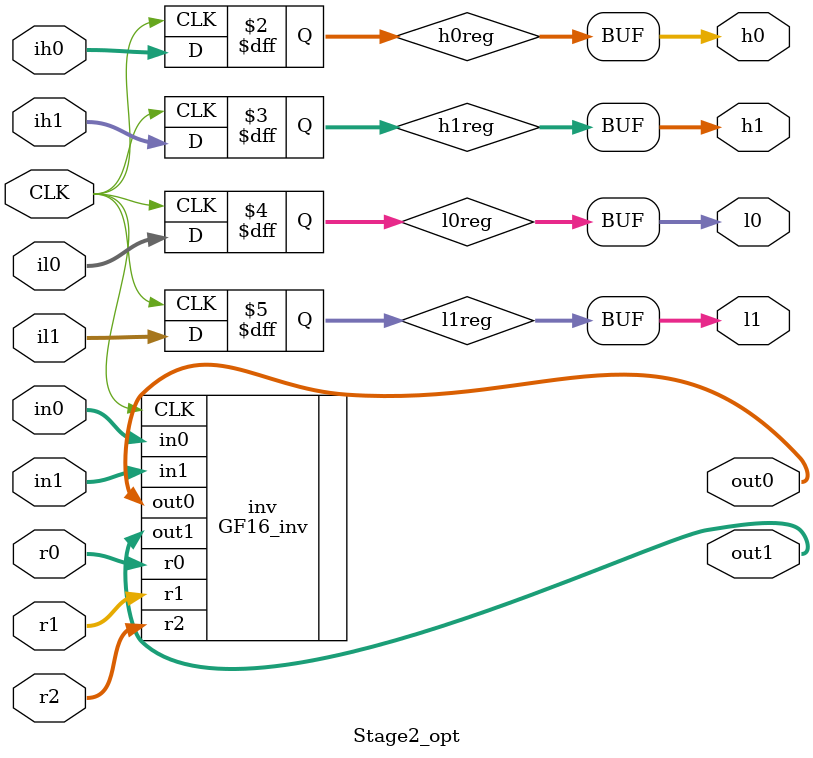
<source format=v>
module Stage2_opt (in0, in1, out0, out1, ih0, ih1, il0, il1, h0, h1, l0, l1,
               r0, r1, r2, CLK);
  input [3:0] in0, in1, ih0, ih1, il0, il1;
  output [3:0] out0, out1, h0, h1, l0, l1;
  input [3:0] r0, r1, r2;
  input CLK;

  GF16_inv inv (.in0(in0), .in1(in1),
             .out0(out0), .out1(out1),
             .r0(r0), .r1(r1), .r2(r2), .CLK(CLK));

  // pipeline registers
  reg [3:0] h0reg, h1reg, l0reg, l1reg;
  always @(posedge CLK) begin
    h1reg <= ih1; h0reg <= ih0; l1reg <= il1; l0reg <= il0;
  end

  assign h1 = h1reg;
  assign h0 = h0reg;
  assign l1 = l1reg;
  assign l0 = l0reg;

endmodule // Stage2

</source>
